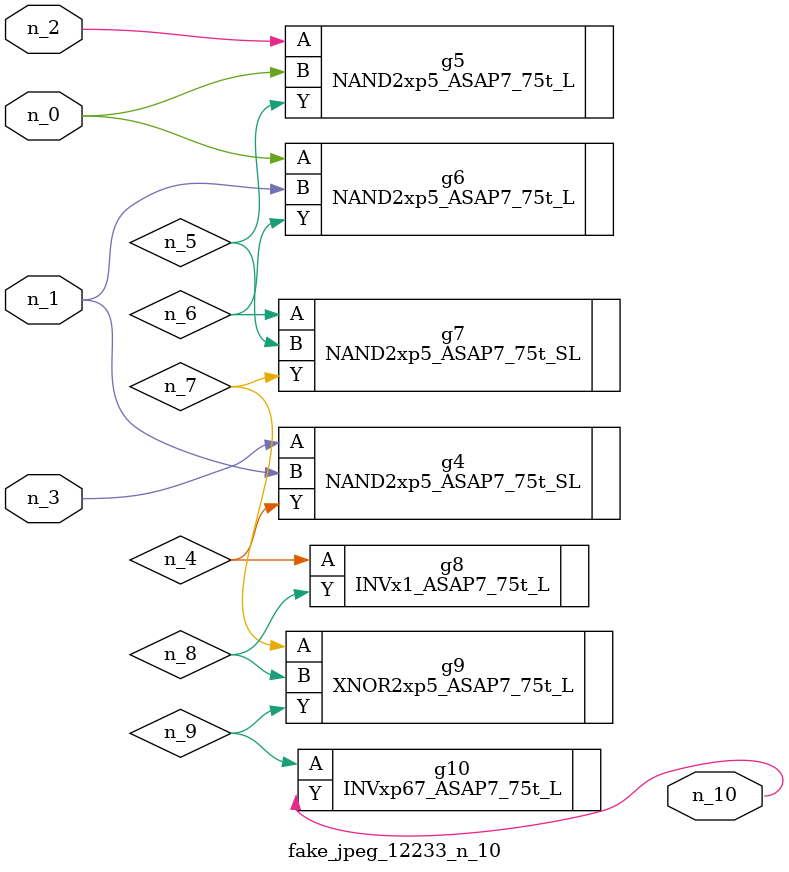
<source format=v>
module fake_jpeg_12233_n_10 (n_0, n_3, n_2, n_1, n_10);

input n_0;
input n_3;
input n_2;
input n_1;

output n_10;

wire n_4;
wire n_8;
wire n_9;
wire n_6;
wire n_5;
wire n_7;

NAND2xp5_ASAP7_75t_SL g4 ( 
.A(n_3),
.B(n_1),
.Y(n_4)
);

NAND2xp5_ASAP7_75t_L g5 ( 
.A(n_2),
.B(n_0),
.Y(n_5)
);

NAND2xp5_ASAP7_75t_L g6 ( 
.A(n_0),
.B(n_1),
.Y(n_6)
);

NAND2xp5_ASAP7_75t_SL g7 ( 
.A(n_6),
.B(n_5),
.Y(n_7)
);

XNOR2xp5_ASAP7_75t_L g9 ( 
.A(n_7),
.B(n_8),
.Y(n_9)
);

INVx1_ASAP7_75t_L g8 ( 
.A(n_4),
.Y(n_8)
);

INVxp67_ASAP7_75t_L g10 ( 
.A(n_9),
.Y(n_10)
);


endmodule
</source>
